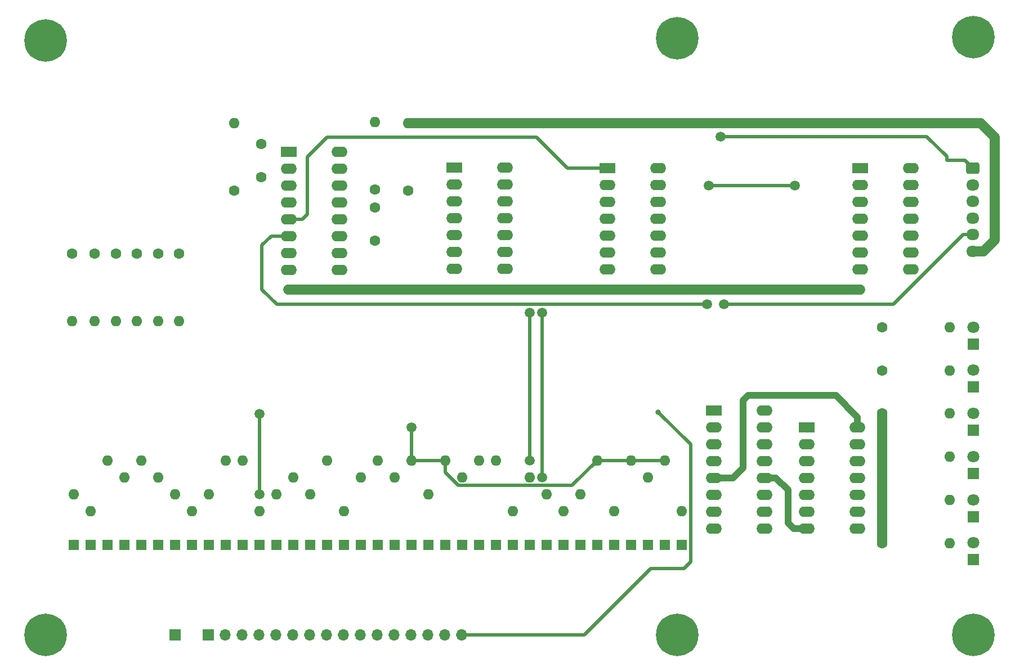
<source format=gbr>
%TF.GenerationSoftware,KiCad,Pcbnew,(6.0.4-0)*%
%TF.CreationDate,2024-05-14T13:38:24+10:00*%
%TF.ProjectId,Keyboard interface,4b657962-6f61-4726-9420-696e74657266,rev?*%
%TF.SameCoordinates,Original*%
%TF.FileFunction,Copper,L1,Top*%
%TF.FilePolarity,Positive*%
%FSLAX46Y46*%
G04 Gerber Fmt 4.6, Leading zero omitted, Abs format (unit mm)*
G04 Created by KiCad (PCBNEW (6.0.4-0)) date 2024-05-14 13:38:24*
%MOMM*%
%LPD*%
G01*
G04 APERTURE LIST*
G04 Aperture macros list*
%AMRoundRect*
0 Rectangle with rounded corners*
0 $1 Rounding radius*
0 $2 $3 $4 $5 $6 $7 $8 $9 X,Y pos of 4 corners*
0 Add a 4 corners polygon primitive as box body*
4,1,4,$2,$3,$4,$5,$6,$7,$8,$9,$2,$3,0*
0 Add four circle primitives for the rounded corners*
1,1,$1+$1,$2,$3*
1,1,$1+$1,$4,$5*
1,1,$1+$1,$6,$7*
1,1,$1+$1,$8,$9*
0 Add four rect primitives between the rounded corners*
20,1,$1+$1,$2,$3,$4,$5,0*
20,1,$1+$1,$4,$5,$6,$7,0*
20,1,$1+$1,$6,$7,$8,$9,0*
20,1,$1+$1,$8,$9,$2,$3,0*%
G04 Aperture macros list end*
%TA.AperFunction,ComponentPad*%
%ADD10R,2.400000X1.600000*%
%TD*%
%TA.AperFunction,ComponentPad*%
%ADD11O,2.400000X1.600000*%
%TD*%
%TA.AperFunction,ComponentPad*%
%ADD12R,1.800000X1.800000*%
%TD*%
%TA.AperFunction,ComponentPad*%
%ADD13C,1.800000*%
%TD*%
%TA.AperFunction,ComponentPad*%
%ADD14R,1.600000X1.600000*%
%TD*%
%TA.AperFunction,ComponentPad*%
%ADD15O,1.600000X1.600000*%
%TD*%
%TA.AperFunction,ComponentPad*%
%ADD16C,1.600000*%
%TD*%
%TA.AperFunction,ComponentPad*%
%ADD17C,0.800000*%
%TD*%
%TA.AperFunction,ComponentPad*%
%ADD18C,6.400000*%
%TD*%
%TA.AperFunction,ComponentPad*%
%ADD19R,1.700000X1.700000*%
%TD*%
%TA.AperFunction,ComponentPad*%
%ADD20O,1.700000X1.700000*%
%TD*%
%TA.AperFunction,ComponentPad*%
%ADD21RoundRect,0.250000X-0.725000X0.600000X-0.725000X-0.600000X0.725000X-0.600000X0.725000X0.600000X0*%
%TD*%
%TA.AperFunction,ComponentPad*%
%ADD22O,1.950000X1.700000*%
%TD*%
%TA.AperFunction,ViaPad*%
%ADD23C,1.500000*%
%TD*%
%TA.AperFunction,ViaPad*%
%ADD24C,0.800000*%
%TD*%
%TA.AperFunction,Conductor*%
%ADD25C,0.500000*%
%TD*%
%TA.AperFunction,Conductor*%
%ADD26C,1.000000*%
%TD*%
%TA.AperFunction,Conductor*%
%ADD27C,1.500000*%
%TD*%
G04 APERTURE END LIST*
D10*
%TO.P,U5,1,CLK*%
%TO.N,~{CLOCK}*%
X156000000Y-111220000D03*
D11*
%TO.P,U5,2,A*%
%TO.N,Net-(U3-Pad10)*%
X156000000Y-113760000D03*
%TO.P,U5,3,B*%
%TO.N,C*%
X156000000Y-116300000D03*
%TO.P,U5,4,C*%
%TO.N,D*%
X156000000Y-118840000D03*
%TO.P,U5,5,VCC*%
%TO.N,+5V*%
X156000000Y-121380000D03*
%TO.P,U5,6,D*%
%TO.N,E*%
X156000000Y-123920000D03*
%TO.P,U5,7,E*%
%TO.N,F*%
X156000000Y-126460000D03*
%TO.P,U5,8,PRE*%
%TO.N,Net-(U1-Pad6)*%
X156000000Y-129000000D03*
%TO.P,U5,9,SER*%
%TO.N,Net-(U3-Pad13)*%
X163620000Y-129000000D03*
%TO.P,U5,10,QE*%
%TO.N,Net-(U4-Pad1)*%
X163620000Y-126460000D03*
%TO.P,U5,11,QD*%
%TO.N,Net-(U5-Pad11)*%
X163620000Y-123920000D03*
%TO.P,U5,12,GND*%
%TO.N,GND*%
X163620000Y-121380000D03*
%TO.P,U5,13,QC*%
%TO.N,Net-(U5-Pad13)*%
X163620000Y-118840000D03*
%TO.P,U5,14,QB*%
%TO.N,Net-(U5-Pad14)*%
X163620000Y-116300000D03*
%TO.P,U5,15,QA*%
%TO.N,Net-(U5-Pad15)*%
X163620000Y-113760000D03*
%TO.P,U5,16,~{CLR}*%
%TO.N,~{FLAG_RESET}*%
X163620000Y-111220000D03*
%TD*%
D10*
%TO.P,U4,1*%
%TO.N,Net-(U4-Pad1)*%
X178000000Y-74760000D03*
D11*
%TO.P,U4,2*%
X178000000Y-77300000D03*
%TO.P,U4,3*%
%TO.N,Net-(U4-Pad3)*%
X178000000Y-79840000D03*
%TO.P,U4,4*%
X178000000Y-82380000D03*
%TO.P,U4,5*%
X178000000Y-84920000D03*
%TO.P,U4,6*%
%TO.N,DATA*%
X178000000Y-87460000D03*
%TO.P,U4,7,GND*%
%TO.N,GND*%
X178000000Y-90000000D03*
%TO.P,U4,8*%
%TO.N,unconnected-(U4-Pad8)*%
X185620000Y-90000000D03*
%TO.P,U4,9*%
%TO.N,unconnected-(U4-Pad9)*%
X185620000Y-87460000D03*
%TO.P,U4,10*%
%TO.N,unconnected-(U4-Pad10)*%
X185620000Y-84920000D03*
%TO.P,U4,11*%
%TO.N,~{FLAG}*%
X185620000Y-82380000D03*
%TO.P,U4,12*%
%TO.N,FLAG_OUT_LED*%
X185620000Y-79840000D03*
%TO.P,U4,13*%
X185620000Y-77300000D03*
%TO.P,U4,14,VCC*%
%TO.N,+5V*%
X185620000Y-74760000D03*
%TD*%
D10*
%TO.P,U6,1*%
%TO.N,Net-(U5-Pad13)*%
X170000000Y-113760000D03*
D11*
%TO.P,U6,2*%
%TO.N,Net-(D4-Pad1)*%
X170000000Y-116300000D03*
%TO.P,U6,3*%
%TO.N,Net-(U5-Pad11)*%
X170000000Y-118840000D03*
%TO.P,U6,4*%
%TO.N,Net-(D5-Pad1)*%
X170000000Y-121380000D03*
%TO.P,U6,5*%
%TO.N,Net-(U4-Pad1)*%
X170000000Y-123920000D03*
%TO.P,U6,6*%
%TO.N,Net-(D6-Pad1)*%
X170000000Y-126460000D03*
%TO.P,U6,7,GND*%
%TO.N,GND*%
X170000000Y-129000000D03*
%TO.P,U6,8*%
%TO.N,Net-(D3-Pad1)*%
X177620000Y-129000000D03*
%TO.P,U6,9*%
%TO.N,Net-(U5-Pad14)*%
X177620000Y-126460000D03*
%TO.P,U6,10*%
%TO.N,Net-(D2-Pad1)*%
X177620000Y-123920000D03*
%TO.P,U6,11*%
%TO.N,Net-(U5-Pad15)*%
X177620000Y-121380000D03*
%TO.P,U6,12*%
%TO.N,Net-(D1-Pad1)*%
X177620000Y-118840000D03*
%TO.P,U6,13*%
%TO.N,FLAG_OUT_LED*%
X177620000Y-116300000D03*
%TO.P,U6,14,VCC*%
%TO.N,+5V*%
X177620000Y-113760000D03*
%TD*%
D10*
%TO.P,U3,1*%
%TO.N,Net-(U1-Pad5)*%
X140000000Y-74760000D03*
D11*
%TO.P,U3,2*%
%TO.N,Net-(U2-Pad11)*%
X140000000Y-77300000D03*
%TO.P,U3,3*%
%TO.N,Net-(U2-Pad8)*%
X140000000Y-79840000D03*
%TO.P,U3,4*%
%TO.N,unconnected-(U3-Pad4)*%
X140000000Y-82380000D03*
%TO.P,U3,5*%
%TO.N,unconnected-(U3-Pad5)*%
X140000000Y-84920000D03*
%TO.P,U3,6*%
%TO.N,unconnected-(U3-Pad6)*%
X140000000Y-87460000D03*
%TO.P,U3,7,GND*%
%TO.N,GND*%
X140000000Y-90000000D03*
%TO.P,U3,8*%
%TO.N,CR*%
X147620000Y-90000000D03*
%TO.P,U3,9*%
%TO.N,GND*%
X147620000Y-87460000D03*
%TO.P,U3,10*%
%TO.N,Net-(U3-Pad10)*%
X147620000Y-84920000D03*
%TO.P,U3,11*%
%TO.N,GND*%
X147620000Y-82380000D03*
%TO.P,U3,12*%
%TO.N,A*%
X147620000Y-79840000D03*
%TO.P,U3,13*%
%TO.N,Net-(U3-Pad13)*%
X147620000Y-77300000D03*
%TO.P,U3,14,VCC*%
%TO.N,+5V*%
X147620000Y-74760000D03*
%TD*%
D12*
%TO.P,D1,1,K*%
%TO.N,Net-(D1-Pad1)*%
X195000000Y-101240000D03*
D13*
%TO.P,D1,2,A*%
%TO.N,Net-(D1-Pad2)*%
X195000000Y-98700000D03*
%TD*%
D12*
%TO.P,D2,1,K*%
%TO.N,Net-(D2-Pad1)*%
X195000000Y-107700000D03*
D13*
%TO.P,D2,2,A*%
%TO.N,Net-(D2-Pad2)*%
X195000000Y-105160000D03*
%TD*%
D12*
%TO.P,D3,1,K*%
%TO.N,Net-(D3-Pad1)*%
X195000000Y-114240000D03*
D13*
%TO.P,D3,2,A*%
%TO.N,Net-(D3-Pad2)*%
X195000000Y-111700000D03*
%TD*%
D12*
%TO.P,D4,1,K*%
%TO.N,Net-(D4-Pad1)*%
X195000000Y-120700000D03*
D13*
%TO.P,D4,2,A*%
%TO.N,Net-(D4-Pad2)*%
X195000000Y-118160000D03*
%TD*%
D12*
%TO.P,D5,1,K*%
%TO.N,Net-(D5-Pad1)*%
X195000000Y-127240000D03*
D13*
%TO.P,D5,2,A*%
%TO.N,Net-(D5-Pad2)*%
X195000000Y-124700000D03*
%TD*%
D12*
%TO.P,D6,1,K*%
%TO.N,Net-(D6-Pad1)*%
X195000000Y-133700000D03*
D13*
%TO.P,D6,2,A*%
%TO.N,Net-(D6-Pad2)*%
X195000000Y-131160000D03*
%TD*%
D10*
%TO.P,U1,1,Cext*%
%TO.N,Net-(C1-Pad1)*%
X92075000Y-72263000D03*
D11*
%TO.P,U1,2,RCext*%
%TO.N,Net-(C1-Pad2)*%
X92075000Y-74803000D03*
%TO.P,U1,3,Clr*%
%TO.N,unconnected-(U1-Pad3)*%
X92075000Y-77343000D03*
%TO.P,U1,4,B*%
%TO.N,GND*%
X92075000Y-79883000D03*
%TO.P,U1,5,A*%
%TO.N,Net-(U1-Pad5)*%
X92075000Y-82423000D03*
%TO.P,U1,6,Q*%
%TO.N,Net-(U1-Pad6)*%
X92075000Y-84963000D03*
%TO.P,U1,7,~{Q}*%
%TO.N,Net-(U1-Pad12)*%
X92075000Y-87503000D03*
%TO.P,U1,8,GND*%
%TO.N,GND*%
X92075000Y-90043000D03*
%TO.P,U1,9,~{Q}*%
%TO.N,Net-(U1-Pad9)*%
X99695000Y-90043000D03*
%TO.P,U1,10,Q*%
%TO.N,unconnected-(U1-Pad10)*%
X99695000Y-87503000D03*
%TO.P,U1,11,A*%
%TO.N,Net-(R15-Pad1)*%
X99695000Y-84963000D03*
%TO.P,U1,12,B*%
%TO.N,Net-(U1-Pad12)*%
X99695000Y-82423000D03*
%TO.P,U1,13,Clr*%
%TO.N,unconnected-(U1-Pad13)*%
X99695000Y-79883000D03*
%TO.P,U1,14,RCext*%
%TO.N,Net-(C2-Pad2)*%
X99695000Y-77343000D03*
%TO.P,U1,15,Cext*%
%TO.N,Net-(C2-Pad1)*%
X99695000Y-74803000D03*
%TO.P,U1,16,VCC*%
%TO.N,+5V*%
X99695000Y-72263000D03*
%TD*%
D14*
%TO.P,D8,1,K*%
%TO.N,0*%
X62230000Y-131445000D03*
D15*
%TO.P,D8,2,A*%
%TO.N,F*%
X62230000Y-126365000D03*
%TD*%
D16*
%TO.P,R1,1*%
%TO.N,+5V*%
X181340000Y-98700000D03*
D15*
%TO.P,R1,2*%
%TO.N,Net-(D1-Pad2)*%
X191500000Y-98700000D03*
%TD*%
D16*
%TO.P,R2,1*%
%TO.N,+5V*%
X181340000Y-105200000D03*
D15*
%TO.P,R2,2*%
%TO.N,Net-(D2-Pad2)*%
X191500000Y-105200000D03*
%TD*%
D16*
%TO.P,R3,1*%
%TO.N,+5V*%
X181340000Y-111700000D03*
D15*
%TO.P,R3,2*%
%TO.N,Net-(D3-Pad2)*%
X191500000Y-111700000D03*
%TD*%
D16*
%TO.P,R4,1*%
%TO.N,+5V*%
X181340000Y-118200000D03*
D15*
%TO.P,R4,2*%
%TO.N,Net-(D4-Pad2)*%
X191500000Y-118200000D03*
%TD*%
D16*
%TO.P,R5,1*%
%TO.N,+5V*%
X181340000Y-124700000D03*
D15*
%TO.P,R5,2*%
%TO.N,Net-(D5-Pad2)*%
X191500000Y-124700000D03*
%TD*%
D16*
%TO.P,R6,1*%
%TO.N,+5V*%
X181340000Y-131200000D03*
D15*
%TO.P,R6,2*%
%TO.N,Net-(D6-Pad2)*%
X191500000Y-131200000D03*
%TD*%
D16*
%TO.P,R7,1*%
%TO.N,Net-(C1-Pad1)*%
X83820000Y-78105000D03*
D15*
%TO.P,R7,2*%
%TO.N,+5V*%
X83820000Y-67945000D03*
%TD*%
D16*
%TO.P,R8,1*%
%TO.N,Net-(C2-Pad1)*%
X105000000Y-78000000D03*
D15*
%TO.P,R8,2*%
%TO.N,+5V*%
X105000000Y-67840000D03*
%TD*%
D16*
%TO.P,R9,1*%
%TO.N,GND*%
X75565000Y-87630000D03*
D15*
%TO.P,R9,2*%
%TO.N,A*%
X75565000Y-97790000D03*
%TD*%
D16*
%TO.P,R10,1*%
%TO.N,GND*%
X72390000Y-87630000D03*
D15*
%TO.P,R10,2*%
%TO.N,CR*%
X72390000Y-97790000D03*
%TD*%
D16*
%TO.P,R11,1*%
%TO.N,+5V*%
X69215000Y-87630000D03*
D15*
%TO.P,R11,2*%
%TO.N,C*%
X69215000Y-97790000D03*
%TD*%
D16*
%TO.P,R13,1*%
%TO.N,+5V*%
X62865000Y-87630000D03*
D15*
%TO.P,R13,2*%
%TO.N,E*%
X62865000Y-97790000D03*
%TD*%
D16*
%TO.P,R14,1*%
%TO.N,+5V*%
X59436000Y-87630000D03*
D15*
%TO.P,R14,2*%
%TO.N,F*%
X59436000Y-97790000D03*
%TD*%
D17*
%TO.P,H1,1,1*%
%TO.N,GND*%
X53802944Y-53802944D03*
X57900000Y-55500000D03*
X55500000Y-53100000D03*
X55500000Y-57900000D03*
X53100000Y-55500000D03*
X57197056Y-57197056D03*
X53802944Y-57197056D03*
D18*
X55500000Y-55500000D03*
D17*
X57197056Y-53802944D03*
%TD*%
%TO.P,H2,1,1*%
%TO.N,GND*%
X193302944Y-56697056D03*
D18*
X195000000Y-55000000D03*
D17*
X195000000Y-52600000D03*
X197400000Y-55000000D03*
X195000000Y-57400000D03*
X196697056Y-53302944D03*
X196697056Y-56697056D03*
X192600000Y-55000000D03*
X193302944Y-53302944D03*
%TD*%
%TO.P,H3,1,1*%
%TO.N,GND*%
X196697056Y-143302944D03*
X197400000Y-145000000D03*
X192600000Y-145000000D03*
X193302944Y-146697056D03*
X196697056Y-146697056D03*
X195000000Y-147400000D03*
X195000000Y-142600000D03*
D18*
X195000000Y-145000000D03*
D17*
X193302944Y-143302944D03*
%TD*%
%TO.P,H4,1,1*%
%TO.N,GND*%
X55500000Y-142600000D03*
X53100000Y-145000000D03*
X53802944Y-143302944D03*
D18*
X55500000Y-145000000D03*
D17*
X57900000Y-145000000D03*
X57197056Y-143302944D03*
X53802944Y-146697056D03*
X55500000Y-147400000D03*
X57197056Y-146697056D03*
%TD*%
D16*
%TO.P,R12,1*%
%TO.N,+5V*%
X66040000Y-87630000D03*
D15*
%TO.P,R12,2*%
%TO.N,D*%
X66040000Y-97790000D03*
%TD*%
D14*
%TO.P,D7,1,K*%
%TO.N,0*%
X59690000Y-131445000D03*
D15*
%TO.P,D7,2,A*%
%TO.N,E*%
X59690000Y-123825000D03*
%TD*%
D14*
%TO.P,D9,1,K*%
%TO.N,0*%
X64770000Y-131445000D03*
D15*
%TO.P,D9,2,A*%
%TO.N,C*%
X64770000Y-118745000D03*
%TD*%
D14*
%TO.P,D10,1,K*%
%TO.N,0*%
X67310000Y-131445000D03*
D15*
%TO.P,D10,2,A*%
%TO.N,D*%
X67310000Y-121285000D03*
%TD*%
D14*
%TO.P,D11,1,K*%
%TO.N,1*%
X69850000Y-131445000D03*
D15*
%TO.P,D11,2,A*%
%TO.N,C*%
X69850000Y-118745000D03*
%TD*%
D14*
%TO.P,D12,1,K*%
%TO.N,1*%
X72390000Y-131445000D03*
D15*
%TO.P,D12,2,A*%
%TO.N,D*%
X72390000Y-121285000D03*
%TD*%
D14*
%TO.P,D13,1,K*%
%TO.N,1*%
X74930000Y-131445000D03*
D15*
%TO.P,D13,2,A*%
%TO.N,E*%
X74930000Y-123825000D03*
%TD*%
D14*
%TO.P,D14,1,K*%
%TO.N,4*%
X77470000Y-131445000D03*
D15*
%TO.P,D14,2,A*%
%TO.N,F*%
X77470000Y-126365000D03*
%TD*%
D14*
%TO.P,D15,1,K*%
%TO.N,4*%
X80010000Y-131445000D03*
D15*
%TO.P,D15,2,A*%
%TO.N,E*%
X80010000Y-123825000D03*
%TD*%
D14*
%TO.P,D16,1,K*%
%TO.N,4*%
X82550000Y-131445000D03*
D15*
%TO.P,D16,2,A*%
%TO.N,C*%
X82550000Y-118745000D03*
%TD*%
D19*
%TO.P,J3,1,Pin_1*%
%TO.N,GND*%
X75000000Y-145000000D03*
%TD*%
D14*
%TO.P,D17,1,K*%
%TO.N,7*%
X85090000Y-131445000D03*
D15*
%TO.P,D17,2,A*%
%TO.N,C*%
X85090000Y-118745000D03*
%TD*%
D19*
%TO.P,J1,1,Pin_1*%
%TO.N,0*%
X80000000Y-145000000D03*
D20*
%TO.P,J1,2,Pin_2*%
%TO.N,1*%
X82540000Y-145000000D03*
%TO.P,J1,3,Pin_3*%
%TO.N,4*%
X85080000Y-145000000D03*
%TO.P,J1,4,Pin_4*%
%TO.N,7*%
X87620000Y-145000000D03*
%TO.P,J1,5,Pin_5*%
%TO.N,8*%
X90160000Y-145000000D03*
%TO.P,J1,6,Pin_6*%
%TO.N,5*%
X92700000Y-145000000D03*
%TO.P,J1,7,Pin_7*%
%TO.N,2*%
X95240000Y-145000000D03*
%TO.P,J1,8,Pin_8*%
%TO.N,+*%
X97780000Y-145000000D03*
%TO.P,J1,9,Pin_9*%
%TO.N,-*%
X100320000Y-145000000D03*
%TO.P,J1,10,Pin_10*%
%TO.N,3*%
X102860000Y-145000000D03*
%TO.P,J1,11,Pin_11*%
%TO.N,6*%
X105400000Y-145000000D03*
%TO.P,J1,12,Pin_12*%
%TO.N,9*%
X107940000Y-145000000D03*
%TO.P,J1,13,Pin_13*%
%TO.N,X*%
X110480000Y-145000000D03*
%TO.P,J1,14,Pin_14*%
%TO.N,DIV*%
X113020000Y-145000000D03*
%TO.P,J1,15,Pin_15*%
%TO.N,LF*%
X115560000Y-145000000D03*
%TO.P,J1,16,Pin_16*%
%TO.N,CR*%
X118100000Y-145000000D03*
%TD*%
D14*
%TO.P,D18,1,K*%
%TO.N,8*%
X87630000Y-131445000D03*
D15*
%TO.P,D18,2,A*%
%TO.N,F*%
X87630000Y-126365000D03*
%TD*%
D14*
%TO.P,D19,1,K*%
%TO.N,8*%
X90170000Y-131445000D03*
D15*
%TO.P,D19,2,A*%
%TO.N,E*%
X90170000Y-123825000D03*
%TD*%
D14*
%TO.P,D20,1,K*%
%TO.N,8*%
X92710000Y-131445000D03*
D15*
%TO.P,D20,2,A*%
%TO.N,D*%
X92710000Y-121285000D03*
%TD*%
D14*
%TO.P,D21,1,K*%
%TO.N,5*%
X95250000Y-131445000D03*
D15*
%TO.P,D21,2,A*%
%TO.N,E*%
X95250000Y-123825000D03*
%TD*%
D14*
%TO.P,D22,1,K*%
%TO.N,5*%
X97790000Y-131445000D03*
D15*
%TO.P,D22,2,A*%
%TO.N,C*%
X97790000Y-118745000D03*
%TD*%
D16*
%TO.P,R15,1*%
%TO.N,Net-(R15-Pad1)*%
X109982000Y-78105000D03*
D15*
%TO.P,R15,2*%
%TO.N,+5V*%
X109982000Y-67945000D03*
%TD*%
D14*
%TO.P,D23,1,K*%
%TO.N,2*%
X100330000Y-131445000D03*
D15*
%TO.P,D23,2,A*%
%TO.N,F*%
X100330000Y-126365000D03*
%TD*%
D14*
%TO.P,D24,1,K*%
%TO.N,2*%
X102870000Y-131445000D03*
D15*
%TO.P,D24,2,A*%
%TO.N,D*%
X102870000Y-121285000D03*
%TD*%
D14*
%TO.P,D25,1,K*%
%TO.N,2*%
X105410000Y-131445000D03*
D15*
%TO.P,D25,2,A*%
%TO.N,C*%
X105410000Y-118745000D03*
%TD*%
D14*
%TO.P,D26,1,K*%
%TO.N,+*%
X107950000Y-131445000D03*
D15*
%TO.P,D26,2,A*%
%TO.N,D*%
X107950000Y-121285000D03*
%TD*%
D14*
%TO.P,D27,1,K*%
%TO.N,+*%
X110490000Y-131445000D03*
D15*
%TO.P,D27,2,A*%
%TO.N,A*%
X110490000Y-118745000D03*
%TD*%
D14*
%TO.P,D28,1,K*%
%TO.N,-*%
X113030000Y-131445000D03*
D15*
%TO.P,D28,2,A*%
%TO.N,E*%
X113030000Y-123825000D03*
%TD*%
D14*
%TO.P,D29,1,K*%
%TO.N,-*%
X115570000Y-131445000D03*
D15*
%TO.P,D29,2,A*%
%TO.N,A*%
X115570000Y-118745000D03*
%TD*%
D14*
%TO.P,D30,1,K*%
%TO.N,3*%
X118110000Y-131445000D03*
D15*
%TO.P,D30,2,A*%
%TO.N,D*%
X118110000Y-121285000D03*
%TD*%
D14*
%TO.P,D31,1,K*%
%TO.N,3*%
X120650000Y-131445000D03*
D15*
%TO.P,D31,2,A*%
%TO.N,C*%
X120650000Y-118745000D03*
%TD*%
D14*
%TO.P,D32,1,K*%
%TO.N,6*%
X123190000Y-131445000D03*
D15*
%TO.P,D32,2,A*%
%TO.N,C*%
X123190000Y-118745000D03*
%TD*%
D14*
%TO.P,D33,1,K*%
%TO.N,6*%
X125730000Y-131445000D03*
D15*
%TO.P,D33,2,A*%
%TO.N,F*%
X125730000Y-126365000D03*
%TD*%
D14*
%TO.P,D34,1,K*%
%TO.N,9*%
X128270000Y-131445000D03*
D15*
%TO.P,D34,2,A*%
%TO.N,D*%
X128270000Y-121285000D03*
%TD*%
D14*
%TO.P,D35,1,K*%
%TO.N,9*%
X130810000Y-131445000D03*
D15*
%TO.P,D35,2,A*%
%TO.N,E*%
X130810000Y-123825000D03*
%TD*%
D14*
%TO.P,D36,1,K*%
%TO.N,X*%
X133350000Y-131445000D03*
D15*
%TO.P,D36,2,A*%
%TO.N,F*%
X133350000Y-126365000D03*
%TD*%
D14*
%TO.P,D37,1,K*%
%TO.N,X*%
X135890000Y-131445000D03*
D15*
%TO.P,D37,2,A*%
%TO.N,E*%
X135890000Y-123825000D03*
%TD*%
D14*
%TO.P,D38,1,K*%
%TO.N,X*%
X138430000Y-131445000D03*
D15*
%TO.P,D38,2,A*%
%TO.N,A*%
X138430000Y-118745000D03*
%TD*%
D14*
%TO.P,D39,1,K*%
%TO.N,DIV*%
X140970000Y-131445000D03*
D15*
%TO.P,D39,2,A*%
%TO.N,F*%
X140970000Y-126365000D03*
%TD*%
D14*
%TO.P,D40,1,K*%
%TO.N,DIV*%
X143510000Y-131445000D03*
D15*
%TO.P,D40,2,A*%
%TO.N,A*%
X143510000Y-118745000D03*
%TD*%
D14*
%TO.P,D41,1,K*%
%TO.N,LF*%
X146050000Y-131445000D03*
D15*
%TO.P,D41,2,A*%
%TO.N,D*%
X146050000Y-121285000D03*
%TD*%
D14*
%TO.P,D42,1,K*%
%TO.N,LF*%
X148590000Y-131445000D03*
D15*
%TO.P,D42,2,A*%
%TO.N,A*%
X148590000Y-118745000D03*
%TD*%
D14*
%TO.P,D43,1,K*%
%TO.N,LF*%
X151130000Y-131445000D03*
D15*
%TO.P,D43,2,A*%
%TO.N,F*%
X151130000Y-126365000D03*
%TD*%
D16*
%TO.P,C1,1*%
%TO.N,Net-(C1-Pad1)*%
X87884000Y-71120000D03*
%TO.P,C1,2*%
%TO.N,Net-(C1-Pad2)*%
X87884000Y-76120000D03*
%TD*%
%TO.P,C2,1*%
%TO.N,Net-(C2-Pad1)*%
X105029000Y-80685000D03*
%TO.P,C2,2*%
%TO.N,Net-(C2-Pad2)*%
X105029000Y-85685000D03*
%TD*%
D17*
%TO.P,H5,1,1*%
%TO.N,GND*%
X152900000Y-55197056D03*
X152197056Y-56894112D03*
X148802944Y-56894112D03*
X148100000Y-55197056D03*
X150500000Y-52797056D03*
X152197056Y-53500000D03*
D18*
X150500000Y-55197056D03*
D17*
X148802944Y-53500000D03*
X150500000Y-57597056D03*
%TD*%
%TO.P,H6,1,1*%
%TO.N,GND*%
X148802944Y-143302944D03*
D18*
X150500000Y-145000000D03*
D17*
X152197056Y-143302944D03*
X152900000Y-145000000D03*
X148100000Y-145000000D03*
X150500000Y-147400000D03*
X148802944Y-146697056D03*
X150500000Y-142600000D03*
X152197056Y-146697056D03*
%TD*%
D21*
%TO.P,J2,1,Pin_1*%
%TO.N,~{FLAG_RESET}*%
X194962000Y-74776000D03*
D22*
%TO.P,J2,2,Pin_2*%
%TO.N,~{FLAG}*%
X194962000Y-77276000D03*
%TO.P,J2,3,Pin_3*%
%TO.N,GND*%
X194962000Y-79776000D03*
%TO.P,J2,4,Pin_4*%
%TO.N,DATA*%
X194962000Y-82276000D03*
%TO.P,J2,5,Pin_5*%
%TO.N,~{CLOCK}*%
X194962000Y-84776000D03*
%TO.P,J2,6,Pin_6*%
%TO.N,+5V*%
X194962000Y-87276000D03*
%TD*%
D10*
%TO.P,U2,1*%
%TO.N,~{FLAG_RESET}*%
X117000000Y-74700000D03*
D11*
%TO.P,U2,2*%
%TO.N,FLAG_OUT_LED*%
X117000000Y-77240000D03*
%TO.P,U2,3*%
%TO.N,Net-(U2-Pad3)*%
X117000000Y-79780000D03*
%TO.P,U2,4*%
X117000000Y-82320000D03*
%TO.P,U2,5*%
%TO.N,Net-(U1-Pad9)*%
X117000000Y-84860000D03*
%TO.P,U2,6*%
%TO.N,FLAG_OUT_LED*%
X117000000Y-87400000D03*
%TO.P,U2,7,GND*%
%TO.N,GND*%
X117000000Y-89940000D03*
%TO.P,U2,8*%
%TO.N,Net-(U2-Pad8)*%
X124620000Y-89940000D03*
%TO.P,U2,9*%
%TO.N,C*%
X124620000Y-87400000D03*
%TO.P,U2,10*%
%TO.N,D*%
X124620000Y-84860000D03*
%TO.P,U2,11*%
%TO.N,Net-(U2-Pad11)*%
X124620000Y-82320000D03*
%TO.P,U2,12*%
%TO.N,E*%
X124620000Y-79780000D03*
%TO.P,U2,13*%
%TO.N,F*%
X124620000Y-77240000D03*
%TO.P,U2,14,VCC*%
%TO.N,+5V*%
X124620000Y-74700000D03*
%TD*%
D23*
%TO.N,A*%
X110490000Y-113792000D03*
%TO.N,~{FLAG_RESET}*%
X157000000Y-70000000D03*
%TO.N,+5V*%
X162000000Y-68000000D03*
X185000000Y-68000000D03*
X125095000Y-67945000D03*
X148000000Y-68000000D03*
%TO.N,GND*%
X92000000Y-93000000D03*
X178000000Y-93000000D03*
X140000000Y-93000000D03*
X117000000Y-93000000D03*
%TO.N,C*%
X128270000Y-96520000D03*
X128270000Y-118745000D03*
%TO.N,D*%
X130175000Y-96520000D03*
X130175000Y-121285000D03*
%TO.N,E*%
X87630000Y-111760000D03*
X87630000Y-123825000D03*
%TO.N,~{CLOCK}*%
X157480000Y-95250000D03*
%TO.N,Net-(U1-Pad6)*%
X154940000Y-95250000D03*
%TO.N,Net-(U4-Pad1)*%
X155194000Y-77343000D03*
X168148000Y-77343000D03*
D24*
%TO.N,CR*%
X147620000Y-111460000D03*
%TD*%
D25*
%TO.N,A*%
X110490000Y-113792000D02*
X110490000Y-118745000D01*
D26*
%TO.N,GND*%
X163620000Y-121380000D02*
X165322000Y-121380000D01*
X167132000Y-123190000D02*
X167132000Y-128143000D01*
X165322000Y-121380000D02*
X167132000Y-123190000D01*
X167989000Y-129000000D02*
X170000000Y-129000000D01*
X167132000Y-128143000D02*
X167989000Y-129000000D01*
%TO.N,+5V*%
X156000000Y-121380000D02*
X158909000Y-121380000D01*
X158909000Y-121380000D02*
X160401000Y-119888000D01*
X174371000Y-108966000D02*
X177620000Y-112215000D01*
X160401000Y-119888000D02*
X160401000Y-109728000D01*
X160401000Y-109728000D02*
X161163000Y-108966000D01*
X161163000Y-108966000D02*
X174371000Y-108966000D01*
X177620000Y-112215000D02*
X177620000Y-113760000D01*
D27*
X148000000Y-68000000D02*
X147945000Y-67945000D01*
X109982000Y-67945000D02*
X125095000Y-67945000D01*
X147945000Y-67945000D02*
X125095000Y-67945000D01*
D25*
%TO.N,Net-(U4-Pad1)*%
X168148000Y-77343000D02*
X155194000Y-77343000D01*
%TO.N,Net-(U1-Pad5)*%
X140000000Y-74760000D02*
X133942000Y-74760000D01*
X94869000Y-81661000D02*
X94107000Y-82423000D01*
X133942000Y-74760000D02*
X129286000Y-70104000D01*
X97790000Y-70104000D02*
X94869000Y-73025000D01*
X129286000Y-70104000D02*
X97790000Y-70104000D01*
X94869000Y-73025000D02*
X94869000Y-81661000D01*
X94107000Y-82423000D02*
X92075000Y-82423000D01*
D27*
%TO.N,+5V*%
X185000000Y-68000000D02*
X196143000Y-68000000D01*
X198247000Y-70104000D02*
X198247000Y-85598000D01*
X196143000Y-68000000D02*
X198247000Y-70104000D01*
X196569000Y-87276000D02*
X194962000Y-87276000D01*
X198247000Y-85598000D02*
X196569000Y-87276000D01*
D25*
%TO.N,~{CLOCK}*%
X194962000Y-84776000D02*
X193481000Y-84776000D01*
X193481000Y-84776000D02*
X183007000Y-95250000D01*
X183007000Y-95250000D02*
X157480000Y-95250000D01*
%TO.N,~{FLAG_RESET}*%
X191000000Y-73600000D02*
X193786000Y-73600000D01*
X193786000Y-73600000D02*
X194962000Y-74776000D01*
%TO.N,Net-(U1-Pad6)*%
X88000000Y-86380000D02*
X89417000Y-84963000D01*
X89417000Y-84963000D02*
X92075000Y-84963000D01*
%TO.N,~{FLAG_RESET}*%
X191000000Y-73600000D02*
X191000000Y-73000000D01*
X188000000Y-70000000D02*
X157000000Y-70000000D01*
X191000000Y-73000000D02*
X188000000Y-70000000D01*
D27*
%TO.N,+5V*%
X162000000Y-68000000D02*
X148000000Y-68000000D01*
X185000000Y-68000000D02*
X162000000Y-68000000D01*
X181340000Y-111700000D02*
X181340000Y-131200000D01*
%TO.N,GND*%
X92000000Y-93000000D02*
X117000000Y-93000000D01*
X117000000Y-93000000D02*
X140000000Y-93000000D01*
X140000000Y-93000000D02*
X178000000Y-93000000D01*
D25*
%TO.N,A*%
X115570000Y-118745000D02*
X115570000Y-120595002D01*
X115570000Y-118745000D02*
X110490000Y-118745000D01*
X117509999Y-122535001D02*
X134639999Y-122535001D01*
X134639999Y-122535001D02*
X138430000Y-118745000D01*
X138430000Y-118745000D02*
X143510000Y-118745000D01*
X115570000Y-120595002D02*
X117509999Y-122535001D01*
X143510000Y-118745000D02*
X148590000Y-118745000D01*
%TO.N,C*%
X128270000Y-96520000D02*
X128270000Y-102870000D01*
X128270000Y-102870000D02*
X128270000Y-118745000D01*
%TO.N,D*%
X130175000Y-96520000D02*
X130175000Y-121285000D01*
%TO.N,E*%
X87630000Y-111760000D02*
X87630000Y-123825000D01*
%TO.N,Net-(U1-Pad6)*%
X88000000Y-86380000D02*
X88000000Y-93000000D01*
X90250000Y-95250000D02*
X154940000Y-95250000D01*
X88000000Y-93000000D02*
X90250000Y-95250000D01*
%TO.N,CR*%
X152500000Y-116340000D02*
X147620000Y-111460000D01*
X151500000Y-135000000D02*
X152500000Y-134000000D01*
X152500000Y-134000000D02*
X152500000Y-116340000D01*
X118100000Y-145000000D02*
X136500000Y-145000000D01*
X136500000Y-145000000D02*
X146500000Y-135000000D01*
X146500000Y-135000000D02*
X151500000Y-135000000D01*
%TD*%
M02*

</source>
